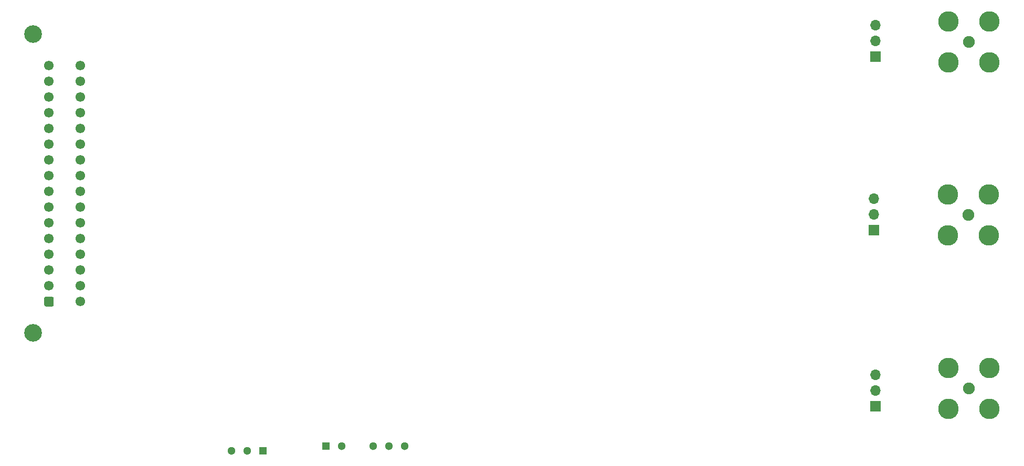
<source format=gbs>
G04 #@! TF.GenerationSoftware,KiCad,Pcbnew,(5.1.10)-1*
G04 #@! TF.CreationDate,2022-03-21T21:51:29-04:00*
G04 #@! TF.ProjectId,MC-ADC,4d432d41-4443-42e6-9b69-6361645f7063,rev?*
G04 #@! TF.SameCoordinates,Original*
G04 #@! TF.FileFunction,Soldermask,Bot*
G04 #@! TF.FilePolarity,Negative*
%FSLAX46Y46*%
G04 Gerber Fmt 4.6, Leading zero omitted, Abs format (unit mm)*
G04 Created by KiCad (PCBNEW (5.1.10)-1) date 2022-03-21 21:51:29*
%MOMM*%
%LPD*%
G01*
G04 APERTURE LIST*
%ADD10C,3.315000*%
%ADD11C,1.905000*%
%ADD12C,1.300000*%
%ADD13R,1.300000X1.300000*%
%ADD14O,1.700000X1.700000*%
%ADD15R,1.700000X1.700000*%
%ADD16C,1.550000*%
%ADD17C,2.850000*%
G04 APERTURE END LIST*
D10*
X226250760Y-64985360D03*
X226250760Y-71585360D03*
X219650760Y-71585360D03*
X219650760Y-64985360D03*
D11*
X222950760Y-68285360D03*
D10*
X226194880Y-120972040D03*
X226194880Y-127572040D03*
X219594880Y-127572040D03*
X219594880Y-120972040D03*
D11*
X222894880Y-124272040D03*
D10*
X226179640Y-92955840D03*
X226179640Y-99555840D03*
X219579640Y-99555840D03*
X219579640Y-92955840D03*
D11*
X222879640Y-96255840D03*
D12*
X131909820Y-133586220D03*
X129369820Y-133586220D03*
X126829820Y-133586220D03*
X121749820Y-133586220D03*
D13*
X119209820Y-133586220D03*
D12*
X106491420Y-134344680D03*
D13*
X109031420Y-134344680D03*
D12*
X103951420Y-134344680D03*
D14*
X207850740Y-122072400D03*
X207850740Y-124612400D03*
D15*
X207850740Y-127152400D03*
D14*
X207612640Y-93595160D03*
X207612640Y-96135160D03*
D15*
X207612640Y-98675160D03*
D14*
X207891380Y-65595500D03*
X207891380Y-68135500D03*
D15*
X207891380Y-70675500D03*
D16*
X79608680Y-72133460D03*
X79608680Y-74673460D03*
X79608680Y-77213460D03*
X79608680Y-79753460D03*
X79608680Y-82293460D03*
X79608680Y-84833460D03*
X79608680Y-87373460D03*
X79608680Y-89913460D03*
X79608680Y-92453460D03*
X79608680Y-94993460D03*
X79608680Y-97533460D03*
X79608680Y-100073460D03*
X79608680Y-102613460D03*
X79608680Y-105153460D03*
X79608680Y-107693460D03*
X79608680Y-110233460D03*
X74528680Y-72133460D03*
X74528680Y-74673460D03*
X74528680Y-77213460D03*
X74528680Y-79753460D03*
X74528680Y-82293460D03*
X74528680Y-84833460D03*
X74528680Y-87373460D03*
X74528680Y-89913460D03*
X74528680Y-92453460D03*
X74528680Y-94993460D03*
X74528680Y-97533460D03*
X74528680Y-100073460D03*
X74528680Y-102613460D03*
X74528680Y-105153460D03*
X74528680Y-107693460D03*
G36*
G01*
X75053681Y-111008460D02*
X74003679Y-111008460D01*
G75*
G02*
X73753680Y-110758461I0J249999D01*
G01*
X73753680Y-109708459D01*
G75*
G02*
X74003679Y-109458460I249999J0D01*
G01*
X75053681Y-109458460D01*
G75*
G02*
X75303680Y-109708459I0J-249999D01*
G01*
X75303680Y-110758461D01*
G75*
G02*
X75053681Y-111008460I-249999J0D01*
G01*
G37*
D17*
X71988680Y-67053460D03*
X71988680Y-115313460D03*
M02*

</source>
